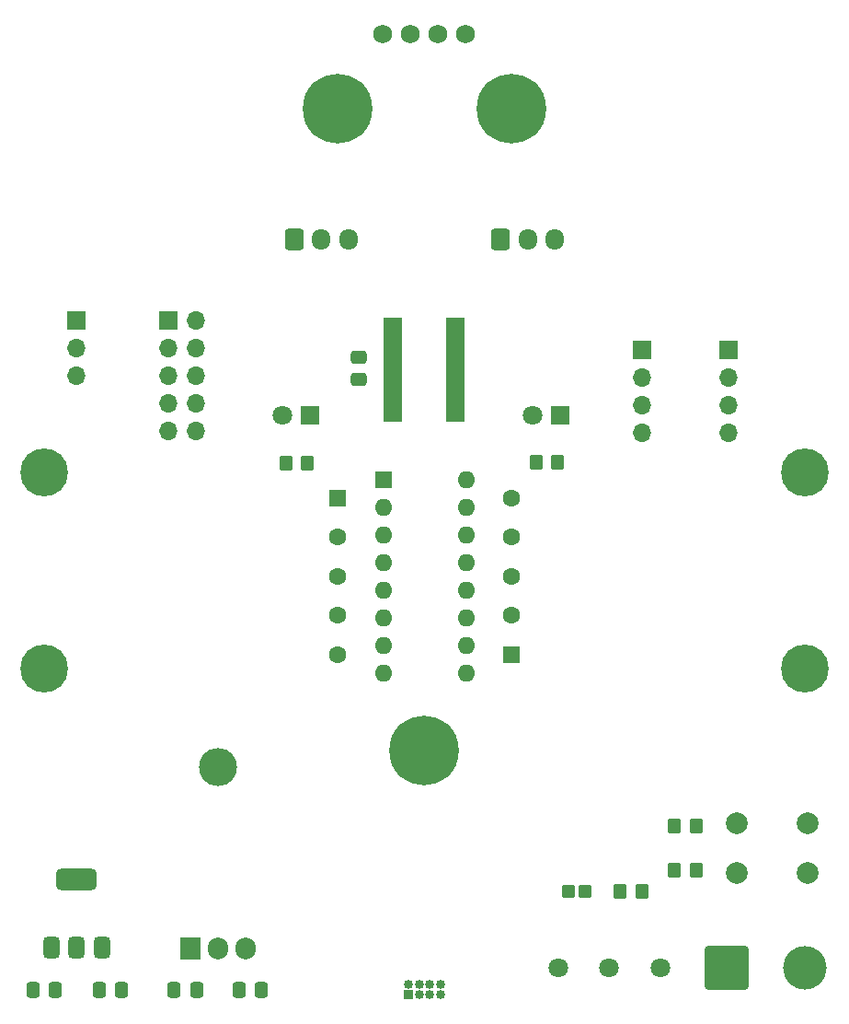
<source format=gbr>
%TF.GenerationSoftware,KiCad,Pcbnew,8.0.1*%
%TF.CreationDate,2024-06-02T16:30:41+02:00*%
%TF.ProjectId,Microrat,4d696372-6f72-4617-942e-6b696361645f,rev?*%
%TF.SameCoordinates,Original*%
%TF.FileFunction,Soldermask,Top*%
%TF.FilePolarity,Negative*%
%FSLAX46Y46*%
G04 Gerber Fmt 4.6, Leading zero omitted, Abs format (unit mm)*
G04 Created by KiCad (PCBNEW 8.0.1) date 2024-06-02 16:30:41*
%MOMM*%
%LPD*%
G01*
G04 APERTURE LIST*
G04 Aperture macros list*
%AMRoundRect*
0 Rectangle with rounded corners*
0 $1 Rounding radius*
0 $2 $3 $4 $5 $6 $7 $8 $9 X,Y pos of 4 corners*
0 Add a 4 corners polygon primitive as box body*
4,1,4,$2,$3,$4,$5,$6,$7,$8,$9,$2,$3,0*
0 Add four circle primitives for the rounded corners*
1,1,$1+$1,$2,$3*
1,1,$1+$1,$4,$5*
1,1,$1+$1,$6,$7*
1,1,$1+$1,$8,$9*
0 Add four rect primitives between the rounded corners*
20,1,$1+$1,$2,$3,$4,$5,0*
20,1,$1+$1,$4,$5,$6,$7,0*
20,1,$1+$1,$6,$7,$8,$9,0*
20,1,$1+$1,$8,$9,$2,$3,0*%
G04 Aperture macros list end*
%ADD10C,2.600000*%
%ADD11C,4.400000*%
%ADD12RoundRect,0.250000X-0.600000X-0.725000X0.600000X-0.725000X0.600000X0.725000X-0.600000X0.725000X0*%
%ADD13O,1.700000X1.950000*%
%ADD14R,1.700000X1.700000*%
%ADD15O,1.700000X1.700000*%
%ADD16R,0.850000X0.850000*%
%ADD17O,0.850000X0.850000*%
%ADD18C,1.800000*%
%ADD19C,2.000000*%
%ADD20RoundRect,0.102000X-0.475000X-0.475000X0.475000X-0.475000X0.475000X0.475000X-0.475000X0.475000X0*%
%ADD21RoundRect,0.250000X-0.350000X-0.450000X0.350000X-0.450000X0.350000X0.450000X-0.350000X0.450000X0*%
%ADD22RoundRect,0.250000X-0.550000X0.550000X-0.550000X-0.550000X0.550000X-0.550000X0.550000X0.550000X0*%
%ADD23C,1.600000*%
%ADD24R,1.600000X1.600000*%
%ADD25O,1.600000X1.600000*%
%ADD26RoundRect,0.250000X0.337500X0.475000X-0.337500X0.475000X-0.337500X-0.475000X0.337500X-0.475000X0*%
%ADD27O,3.500000X3.500000*%
%ADD28R,1.905000X2.000000*%
%ADD29O,1.905000X2.000000*%
%ADD30C,1.734000*%
%ADD31RoundRect,0.250000X-1.750000X-1.750000X1.750000X-1.750000X1.750000X1.750000X-1.750000X1.750000X0*%
%ADD32C,4.000000*%
%ADD33C,3.600000*%
%ADD34C,6.400000*%
%ADD35R,1.800000X1.800000*%
%ADD36RoundRect,0.250000X0.350000X0.450000X-0.350000X0.450000X-0.350000X-0.450000X0.350000X-0.450000X0*%
%ADD37RoundRect,0.060500X-0.821500X-0.181500X0.821500X-0.181500X0.821500X0.181500X-0.821500X0.181500X0*%
%ADD38RoundRect,0.060500X0.821500X0.181500X-0.821500X0.181500X-0.821500X-0.181500X0.821500X-0.181500X0*%
%ADD39RoundRect,0.250000X0.550000X-0.550000X0.550000X0.550000X-0.550000X0.550000X-0.550000X-0.550000X0*%
%ADD40RoundRect,0.250000X-0.337500X-0.475000X0.337500X-0.475000X0.337500X0.475000X-0.337500X0.475000X0*%
%ADD41RoundRect,0.375000X0.375000X-0.625000X0.375000X0.625000X-0.375000X0.625000X-0.375000X-0.625000X0*%
%ADD42RoundRect,0.500000X1.400000X-0.500000X1.400000X0.500000X-1.400000X0.500000X-1.400000X-0.500000X0*%
%ADD43RoundRect,0.250000X-0.475000X0.337500X-0.475000X-0.337500X0.475000X-0.337500X0.475000X0.337500X0*%
G04 APERTURE END LIST*
D10*
%TO.C,REF\u002A\u002A*%
X273008574Y-169494100D03*
D11*
X273008574Y-169494100D03*
%TD*%
D12*
%TO.C,J2*%
X226000000Y-148000000D03*
D13*
X228500000Y-148000000D03*
X231000000Y-148000000D03*
%TD*%
D14*
%TO.C,J5*%
X266000000Y-158200000D03*
D15*
X266000000Y-160740000D03*
X266000000Y-163280000D03*
X266000000Y-165820000D03*
%TD*%
D16*
%TO.C,J9*%
X236500000Y-217500000D03*
D17*
X236500000Y-216500000D03*
X237500000Y-217500000D03*
X237500000Y-216500000D03*
X238500001Y-217500000D03*
X238500000Y-216500000D03*
X239500000Y-217500000D03*
X239500000Y-216500000D03*
%TD*%
D18*
%TO.C,SW3*%
X250300000Y-215000000D03*
X255000000Y-215000000D03*
X259700000Y-215000000D03*
%TD*%
D19*
%TO.C,SW2*%
X266750000Y-201750000D03*
X273250000Y-201750000D03*
X266750000Y-206250000D03*
X273250000Y-206250000D03*
%TD*%
D20*
%TO.C,D3*%
X251250000Y-208000000D03*
X252750000Y-208000000D03*
%TD*%
D21*
%TO.C,R5*%
X261000000Y-202000000D03*
X263000000Y-202000000D03*
%TD*%
D22*
%TO.C,J7*%
X230000000Y-171800000D03*
D23*
X230000000Y-175400000D03*
X230000000Y-179000000D03*
X230000000Y-182600000D03*
X230000000Y-186200000D03*
%TD*%
D24*
%TO.C,U1*%
X234200000Y-170125000D03*
D25*
X234200000Y-172665000D03*
X234200000Y-175205000D03*
X234200000Y-177745000D03*
X234200000Y-180285000D03*
X234200000Y-182825000D03*
X234200000Y-185365000D03*
X234200000Y-187905000D03*
X241820000Y-187905000D03*
X241820000Y-185365000D03*
X241820000Y-182825000D03*
X241820000Y-180285000D03*
X241820000Y-177745000D03*
X241820000Y-175205000D03*
X241820000Y-172665000D03*
X241820000Y-170125000D03*
%TD*%
D26*
%TO.C,C4*%
X223000000Y-217000000D03*
X220925000Y-217000000D03*
%TD*%
D10*
%TO.C,REF\u002A\u002A*%
X273000000Y-187485525D03*
D11*
X273000000Y-187485525D03*
%TD*%
D27*
%TO.C,U10*%
X219000000Y-196570000D03*
D28*
X216460000Y-213230000D03*
D29*
X219000000Y-213230000D03*
X221540000Y-213230000D03*
%TD*%
D26*
%TO.C,C2*%
X204037500Y-217000000D03*
X201962500Y-217000000D03*
%TD*%
D12*
%TO.C,J1*%
X245000000Y-148000000D03*
D13*
X247500000Y-148000000D03*
X250000000Y-148000000D03*
%TD*%
D21*
%TO.C,R2*%
X256000000Y-208000000D03*
X258000000Y-208000000D03*
%TD*%
D30*
%TO.C,U4*%
X241810000Y-129125000D03*
X239270000Y-129125000D03*
X236730000Y-129125000D03*
X234190000Y-129125000D03*
%TD*%
D31*
%TO.C,J3*%
X265800000Y-215000000D03*
D32*
X273000000Y-215000000D03*
%TD*%
D33*
%TO.C,REF\u002A\u002A*%
X238000000Y-195000000D03*
D34*
X238000000Y-195000000D03*
%TD*%
D33*
%TO.C,REF\u002A\u002A*%
X246000000Y-136000000D03*
D34*
X246000000Y-136000000D03*
%TD*%
D14*
%TO.C,J4*%
X206000000Y-155475000D03*
D15*
X206000000Y-158015000D03*
X206000000Y-160554999D03*
%TD*%
D35*
%TO.C,D2*%
X227499489Y-164233924D03*
D18*
X224959489Y-164233924D03*
%TD*%
D36*
%TO.C,R3*%
X227229231Y-168626922D03*
X225229231Y-168626922D03*
%TD*%
D37*
%TO.C,U3*%
X235120000Y-155500000D03*
X235120000Y-156000000D03*
X235120000Y-156500000D03*
X235120000Y-157000000D03*
X235120000Y-157500000D03*
X235120000Y-158000000D03*
X235120000Y-158500000D03*
X235120000Y-159000000D03*
X235120000Y-159500000D03*
X235120000Y-160000000D03*
X235120000Y-160500000D03*
X235120000Y-161000000D03*
X235120000Y-161500000D03*
X235120000Y-162000000D03*
X235120000Y-162500000D03*
X235120000Y-163000000D03*
X235120000Y-163500000D03*
X235120000Y-164000000D03*
X235120000Y-164500000D03*
D38*
X240880000Y-164500000D03*
X240880000Y-164000000D03*
X240880000Y-163500000D03*
X240880000Y-163000000D03*
X240880000Y-162500000D03*
X240880000Y-162000000D03*
X240880000Y-161500000D03*
X240880000Y-161000000D03*
X240880000Y-160500000D03*
X240880000Y-160000000D03*
X240880000Y-159500000D03*
X240880000Y-159000000D03*
X240880000Y-158500000D03*
X240880000Y-158000000D03*
X240880000Y-157500000D03*
X240880000Y-157000000D03*
X240880000Y-156500000D03*
X240880000Y-156000000D03*
X240880000Y-155500000D03*
%TD*%
D39*
%TO.C,J8*%
X246000000Y-186200000D03*
D23*
X246000000Y-182600000D03*
X246000000Y-179000000D03*
X246000000Y-175400000D03*
X246000000Y-171800000D03*
%TD*%
D14*
%TO.C,J10*%
X258000000Y-158200000D03*
D15*
X258000000Y-160740000D03*
X258000000Y-163280000D03*
X258000000Y-165820000D03*
%TD*%
D35*
%TO.C,D1*%
X250499489Y-164233924D03*
D18*
X247959489Y-164233924D03*
%TD*%
D33*
%TO.C,REF\u002A\u002A*%
X230000000Y-136000000D03*
D34*
X230000000Y-136000000D03*
%TD*%
D36*
%TO.C,R1*%
X250256957Y-168545081D03*
X248256957Y-168545081D03*
%TD*%
D40*
%TO.C,C3*%
X214962500Y-217000000D03*
X217037500Y-217000000D03*
%TD*%
D10*
%TO.C,REF\u002A\u002A*%
X202994283Y-187496958D03*
D11*
X202994283Y-187496958D03*
%TD*%
D14*
%TO.C,J6*%
X214460000Y-155460000D03*
D15*
X217000000Y-155460000D03*
X214460000Y-158000000D03*
X217000000Y-158000000D03*
X214460000Y-160539999D03*
X217000000Y-160540000D03*
X214460000Y-163080000D03*
X217000000Y-163080000D03*
X214460000Y-165620000D03*
X217000000Y-165620000D03*
%TD*%
D41*
%TO.C,U2*%
X203700000Y-213150000D03*
X206000000Y-213150000D03*
D42*
X206000000Y-206850000D03*
D41*
X208300000Y-213150000D03*
%TD*%
D40*
%TO.C,C1*%
X208072136Y-217000000D03*
X210147136Y-217000000D03*
%TD*%
D21*
%TO.C,R4*%
X261000000Y-206000000D03*
X263000000Y-206000000D03*
%TD*%
D10*
%TO.C,REF\u002A\u002A*%
X203008574Y-169481238D03*
D11*
X203008574Y-169481238D03*
%TD*%
D43*
%TO.C,C5*%
X231932116Y-158829713D03*
X231932116Y-160904713D03*
%TD*%
M02*

</source>
